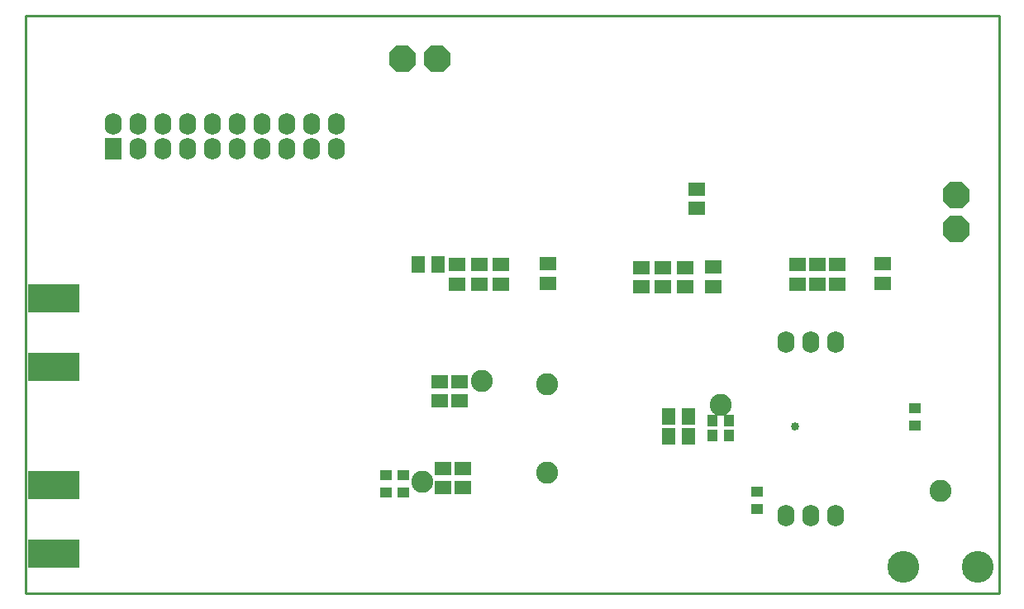
<source format=gbs>
%FSLAX25Y25*%
%MOIN*%
G70*
G01*
G75*
G04 Layer_Color=16711935*
%ADD10R,0.20000X0.07000*%
%ADD11R,0.20000X0.10500*%
%ADD12R,0.03740X0.02953*%
%ADD13R,0.02953X0.03740*%
%ADD14R,0.05709X0.04331*%
%ADD15R,0.04331X0.05709*%
%ADD16O,0.00984X0.03543*%
%ADD17O,0.03543X0.00984*%
%ADD18R,0.05906X0.05906*%
%ADD19O,0.03740X0.00984*%
%ADD20O,0.00984X0.03740*%
%ADD21R,0.12598X0.12598*%
%ADD22R,0.04331X0.14173*%
%ADD23R,0.31496X0.23622*%
%ADD24R,0.14173X0.04331*%
%ADD25R,0.23622X0.31496*%
G04:AMPARAMS|DCode=26|XSize=118.11mil|YSize=62.99mil|CornerRadius=15.75mil|HoleSize=0mil|Usage=FLASHONLY|Rotation=270.000|XOffset=0mil|YOffset=0mil|HoleType=Round|Shape=RoundedRectangle|*
%AMROUNDEDRECTD26*
21,1,0.11811,0.03150,0,0,270.0*
21,1,0.08661,0.06299,0,0,270.0*
1,1,0.03150,-0.01575,-0.04331*
1,1,0.03150,-0.01575,0.04331*
1,1,0.03150,0.01575,0.04331*
1,1,0.03150,0.01575,-0.04331*
%
%ADD26ROUNDEDRECTD26*%
%ADD27R,0.06299X0.11811*%
G04:AMPARAMS|DCode=28|XSize=118.11mil|YSize=62.99mil|CornerRadius=15.75mil|HoleSize=0mil|Usage=FLASHONLY|Rotation=0.000|XOffset=0mil|YOffset=0mil|HoleType=Round|Shape=RoundedRectangle|*
%AMROUNDEDRECTD28*
21,1,0.11811,0.03150,0,0,0.0*
21,1,0.08661,0.06299,0,0,0.0*
1,1,0.03150,0.04331,-0.01575*
1,1,0.03150,-0.04331,-0.01575*
1,1,0.03150,-0.04331,0.01575*
1,1,0.03150,0.04331,0.01575*
%
%ADD28ROUNDEDRECTD28*%
%ADD29R,0.11811X0.06299*%
%ADD30R,0.10000X0.06496*%
%ADD31C,0.03937*%
%ADD32C,0.00787*%
%ADD33C,0.05906*%
%ADD34C,0.01000*%
%ADD35C,0.11811*%
%ADD36C,0.07874*%
%ADD37C,0.02362*%
%ADD38P,0.10653X8X202.5*%
%ADD39P,0.10653X8X292.5*%
%ADD40O,0.05906X0.07874*%
%ADD41R,0.05906X0.07874*%
%ADD42O,0.05906X0.07874*%
%ADD43C,0.02300*%
%ADD44C,0.02000*%
%ADD45C,0.02500*%
%ADD46C,0.02598*%
%ADD47C,0.00984*%
%ADD48C,0.02362*%
%ADD49C,0.00500*%
%ADD50R,0.21000X0.08000*%
%ADD51R,0.21000X0.11500*%
%ADD52R,0.04740X0.03953*%
%ADD53R,0.03953X0.04740*%
%ADD54R,0.06709X0.05331*%
%ADD55R,0.05331X0.06709*%
%ADD56R,0.05331X0.15173*%
%ADD57R,0.32496X0.24622*%
%ADD58R,0.15173X0.05331*%
%ADD59R,0.24622X0.32496*%
G04:AMPARAMS|DCode=60|XSize=128.11mil|YSize=72.99mil|CornerRadius=20.75mil|HoleSize=0mil|Usage=FLASHONLY|Rotation=270.000|XOffset=0mil|YOffset=0mil|HoleType=Round|Shape=RoundedRectangle|*
%AMROUNDEDRECTD60*
21,1,0.12811,0.03150,0,0,270.0*
21,1,0.08661,0.07299,0,0,270.0*
1,1,0.04150,-0.01575,-0.04331*
1,1,0.04150,-0.01575,0.04331*
1,1,0.04150,0.01575,0.04331*
1,1,0.04150,0.01575,-0.04331*
%
%ADD60ROUNDEDRECTD60*%
%ADD61R,0.07299X0.12811*%
G04:AMPARAMS|DCode=62|XSize=128.11mil|YSize=72.99mil|CornerRadius=20.75mil|HoleSize=0mil|Usage=FLASHONLY|Rotation=0.000|XOffset=0mil|YOffset=0mil|HoleType=Round|Shape=RoundedRectangle|*
%AMROUNDEDRECTD62*
21,1,0.12811,0.03150,0,0,0.0*
21,1,0.08661,0.07299,0,0,0.0*
1,1,0.04150,0.04331,-0.01575*
1,1,0.04150,-0.04331,-0.01575*
1,1,0.04150,-0.04331,0.01575*
1,1,0.04150,0.04331,0.01575*
%
%ADD62ROUNDEDRECTD62*%
%ADD63R,0.12811X0.07299*%
%ADD64R,0.11000X0.07496*%
%ADD65C,0.12811*%
%ADD66C,0.08874*%
%ADD67C,0.03362*%
%ADD68P,0.11736X8X202.5*%
%ADD69P,0.11736X8X292.5*%
%ADD70O,0.06906X0.08874*%
%ADD71R,0.06906X0.08874*%
%ADD72O,0.06906X0.08874*%
D34*
X0Y0D02*
Y233100D01*
X392500D01*
Y0D02*
Y233100D01*
X0Y0D02*
X392500D01*
D51*
X11316Y118850D02*
D03*
Y91350D02*
D03*
X11300Y16050D02*
D03*
Y43550D02*
D03*
D52*
X358800Y74645D02*
D03*
Y67755D02*
D03*
X152200Y40755D02*
D03*
Y47645D02*
D03*
X145200Y40755D02*
D03*
Y47645D02*
D03*
X294900Y40945D02*
D03*
Y34055D02*
D03*
D53*
X283745Y63700D02*
D03*
X276855D02*
D03*
X283745Y69600D02*
D03*
X276855D02*
D03*
D54*
X327200Y124663D02*
D03*
Y132537D02*
D03*
X319200Y124663D02*
D03*
Y132537D02*
D03*
X311200Y124663D02*
D03*
Y132537D02*
D03*
X266100Y123563D02*
D03*
Y131437D02*
D03*
X257150Y123563D02*
D03*
Y131437D02*
D03*
X248200Y123563D02*
D03*
Y131437D02*
D03*
X174050Y124663D02*
D03*
Y132537D02*
D03*
X182925Y124663D02*
D03*
Y132537D02*
D03*
X191800Y124663D02*
D03*
Y132537D02*
D03*
X175000Y85437D02*
D03*
Y77563D02*
D03*
X167000Y85437D02*
D03*
Y77563D02*
D03*
X176300Y42500D02*
D03*
Y50374D02*
D03*
X168300Y42500D02*
D03*
Y50374D02*
D03*
X345800Y132837D02*
D03*
Y124963D02*
D03*
X277400Y131624D02*
D03*
Y123750D02*
D03*
X270600Y163137D02*
D03*
Y155263D02*
D03*
X210600Y132937D02*
D03*
Y125063D02*
D03*
D55*
X259363Y63300D02*
D03*
X267237D02*
D03*
X259363Y71300D02*
D03*
X267237D02*
D03*
X158463Y132700D02*
D03*
X166337D02*
D03*
D65*
X383961Y10600D02*
D03*
X354039D02*
D03*
D66*
X369000Y41309D02*
D03*
X184100Y85800D02*
D03*
X160100Y45100D02*
D03*
X280300Y76100D02*
D03*
X210400Y48800D02*
D03*
Y84200D02*
D03*
D67*
X310300Y67200D02*
D03*
D68*
X375200Y147010D02*
D03*
Y160790D02*
D03*
D69*
X165890Y215700D02*
D03*
X152110D02*
D03*
D70*
X326800Y101200D02*
D03*
X316800D02*
D03*
X306800D02*
D03*
X326800Y31200D02*
D03*
X316800D02*
D03*
X306800D02*
D03*
D71*
X35300Y179400D02*
D03*
D72*
X45300D02*
D03*
X55300D02*
D03*
X65300D02*
D03*
X75300D02*
D03*
X85300D02*
D03*
X95300D02*
D03*
X105300D02*
D03*
X115300D02*
D03*
X125300D02*
D03*
X35300Y189400D02*
D03*
X45300D02*
D03*
X55300D02*
D03*
X65300D02*
D03*
X75300D02*
D03*
X85300D02*
D03*
X95300D02*
D03*
X105300D02*
D03*
X115300D02*
D03*
X125300D02*
D03*
M02*

</source>
